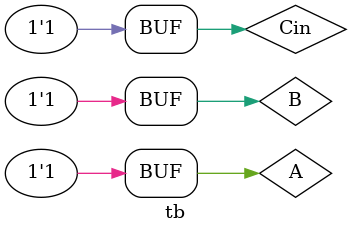
<source format=v>
`timescale 1ns / 1ps


module Full_Adder (A, B, Cin, Sum, Cout);
    input A, B, Cin;    
    output Sum, Cout;


    // Sum is calculated as the XOR of A, B, and Cin
    assign Sum = (A ^ B) ^ Cin;

//    // Carry out is calculated using OR for proper logical operation
    assign Cout = ((A ^ B) & Cin) | (A & B);

endmodule


module tb();
    reg A, B, Cin;
    wire Sum, Cout;
    
    Full_Adder uut(A, B, Cin, Sum, Cout );
    
    initial begin 
        A = 0; B = 0; Cin = 0;
        
        $monitor("A=%b, B=%b, Cin=%b, Sum=%b, Cout=%b", A, B, Cin, Sum, Cout);
        A = 0; B = 0; Cin = 0;  // Expected: Sum = 0, Cout = 0
        #100;
        A = 0; B = 0; Cin = 1;  // Expected: Sum = 1, Cout = 0
        #100;
        A = 0; B = 1; Cin = 0;  // Expected: Sum = 1, Cout = 0
        #100;
        A = 0; B = 1; Cin = 1;  // Expected: Sum = 0, Cout = 1
        #100;
        A = 1; B = 0; Cin = 0;  // Expected: Sum = 1, Cout = 0
        #100;
        A = 1; B = 0; Cin = 1;  // Expected: Sum = 0, Cout = 1
        #100;
        A = 1; B = 1; Cin = 0;  // Expected: Sum = 0, Cout = 1
        #100;
     
        A = 1; B = 1; Cin = 1;  // Expected: Sum = 1, Cout = 1
        #100;
    end
        
endmodule
</source>
